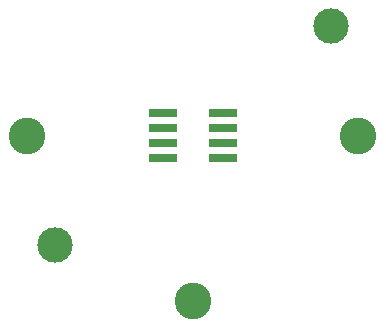
<source format=gbs>
G04*
G04 #@! TF.GenerationSoftware,Altium Limited,Altium Designer,21.8.1 (53)*
G04*
G04 Layer_Color=16711935*
%FSLAX44Y44*%
%MOMM*%
G71*
G04*
G04 #@! TF.SameCoordinates,2069A8A4-A70D-4D47-B8DF-A6023ED568E2*
G04*
G04*
G04 #@! TF.FilePolarity,Negative*
G04*
G01*
G75*
%ADD16C,3.0000*%
%ADD17C,3.1000*%
%ADD26R,2.4000X0.8000*%
D16*
X-117000Y-93000D02*
D03*
X117000Y93000D02*
D03*
D17*
X140000Y0D02*
D03*
X0Y-140000D02*
D03*
X-140000Y0D02*
D03*
D26*
X25500Y19050D02*
D03*
Y6350D02*
D03*
Y-6350D02*
D03*
Y-19050D02*
D03*
X-25500Y19050D02*
D03*
Y6350D02*
D03*
Y-6350D02*
D03*
Y-19050D02*
D03*
M02*

</source>
